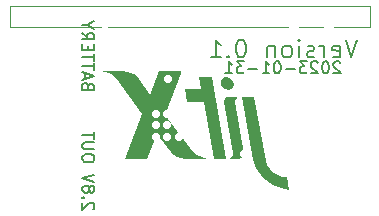
<source format=gbr>
%TF.GenerationSoftware,KiCad,Pcbnew,6.0.10-86aedd382b~118~ubuntu20.04.1*%
%TF.CreationDate,2023-02-01T15:39:36-08:00*%
%TF.ProjectId,CAD,4341442e-6b69-4636-9164-5f7063625858,rev?*%
%TF.SameCoordinates,Original*%
%TF.FileFunction,Legend,Bot*%
%TF.FilePolarity,Positive*%
%FSLAX46Y46*%
G04 Gerber Fmt 4.6, Leading zero omitted, Abs format (unit mm)*
G04 Created by KiCad (PCBNEW 6.0.10-86aedd382b~118~ubuntu20.04.1) date 2023-02-01 15:39:36*
%MOMM*%
%LPD*%
G01*
G04 APERTURE LIST*
%ADD10C,0.150000*%
%ADD11C,0.100000*%
%ADD12C,0.951987*%
%ADD13C,0.712000*%
%ADD14C,0.702000*%
G04 APERTURE END LIST*
D10*
X87000742Y-153166819D02*
X86953123Y-153119200D01*
X86857885Y-153071580D01*
X86619790Y-153071580D01*
X86524552Y-153119200D01*
X86476933Y-153166819D01*
X86429314Y-153262057D01*
X86429314Y-153357295D01*
X86476933Y-153500152D01*
X87048361Y-154071580D01*
X86429314Y-154071580D01*
X85810266Y-153071580D02*
X85715028Y-153071580D01*
X85619790Y-153119200D01*
X85572171Y-153166819D01*
X85524552Y-153262057D01*
X85476933Y-153452533D01*
X85476933Y-153690628D01*
X85524552Y-153881104D01*
X85572171Y-153976342D01*
X85619790Y-154023961D01*
X85715028Y-154071580D01*
X85810266Y-154071580D01*
X85905504Y-154023961D01*
X85953123Y-153976342D01*
X86000742Y-153881104D01*
X86048361Y-153690628D01*
X86048361Y-153452533D01*
X86000742Y-153262057D01*
X85953123Y-153166819D01*
X85905504Y-153119200D01*
X85810266Y-153071580D01*
X85095980Y-153166819D02*
X85048361Y-153119200D01*
X84953123Y-153071580D01*
X84715028Y-153071580D01*
X84619790Y-153119200D01*
X84572171Y-153166819D01*
X84524552Y-153262057D01*
X84524552Y-153357295D01*
X84572171Y-153500152D01*
X85143600Y-154071580D01*
X84524552Y-154071580D01*
X84191219Y-153071580D02*
X83572171Y-153071580D01*
X83905504Y-153452533D01*
X83762647Y-153452533D01*
X83667409Y-153500152D01*
X83619790Y-153547771D01*
X83572171Y-153643009D01*
X83572171Y-153881104D01*
X83619790Y-153976342D01*
X83667409Y-154023961D01*
X83762647Y-154071580D01*
X84048361Y-154071580D01*
X84143600Y-154023961D01*
X84191219Y-153976342D01*
X83143600Y-153690628D02*
X82381695Y-153690628D01*
X81715028Y-153071580D02*
X81619790Y-153071580D01*
X81524552Y-153119200D01*
X81476933Y-153166819D01*
X81429314Y-153262057D01*
X81381695Y-153452533D01*
X81381695Y-153690628D01*
X81429314Y-153881104D01*
X81476933Y-153976342D01*
X81524552Y-154023961D01*
X81619790Y-154071580D01*
X81715028Y-154071580D01*
X81810266Y-154023961D01*
X81857885Y-153976342D01*
X81905504Y-153881104D01*
X81953123Y-153690628D01*
X81953123Y-153452533D01*
X81905504Y-153262057D01*
X81857885Y-153166819D01*
X81810266Y-153119200D01*
X81715028Y-153071580D01*
X80429314Y-154071580D02*
X81000742Y-154071580D01*
X80715028Y-154071580D02*
X80715028Y-153071580D01*
X80810266Y-153214438D01*
X80905504Y-153309676D01*
X81000742Y-153357295D01*
X80000742Y-153690628D02*
X79238838Y-153690628D01*
X78857885Y-153071580D02*
X78238838Y-153071580D01*
X78572171Y-153452533D01*
X78429314Y-153452533D01*
X78334076Y-153500152D01*
X78286457Y-153547771D01*
X78238838Y-153643009D01*
X78238838Y-153881104D01*
X78286457Y-153976342D01*
X78334076Y-154023961D01*
X78429314Y-154071580D01*
X78715028Y-154071580D01*
X78810266Y-154023961D01*
X78857885Y-153976342D01*
X77286457Y-154071580D02*
X77857885Y-154071580D01*
X77572171Y-154071580D02*
X77572171Y-153071580D01*
X77667409Y-153214438D01*
X77762647Y-153309676D01*
X77857885Y-153357295D01*
X66085980Y-165594895D02*
X66133600Y-165547276D01*
X66181219Y-165452038D01*
X66181219Y-165213942D01*
X66133600Y-165118704D01*
X66085980Y-165071085D01*
X65990742Y-165023466D01*
X65895504Y-165023466D01*
X65752647Y-165071085D01*
X65181219Y-165642514D01*
X65181219Y-165023466D01*
X65276457Y-164594895D02*
X65228838Y-164547276D01*
X65181219Y-164594895D01*
X65228838Y-164642514D01*
X65276457Y-164594895D01*
X65181219Y-164594895D01*
X65752647Y-163975847D02*
X65800266Y-164071085D01*
X65847885Y-164118704D01*
X65943123Y-164166323D01*
X65990742Y-164166323D01*
X66085980Y-164118704D01*
X66133600Y-164071085D01*
X66181219Y-163975847D01*
X66181219Y-163785371D01*
X66133600Y-163690133D01*
X66085980Y-163642514D01*
X65990742Y-163594895D01*
X65943123Y-163594895D01*
X65847885Y-163642514D01*
X65800266Y-163690133D01*
X65752647Y-163785371D01*
X65752647Y-163975847D01*
X65705028Y-164071085D01*
X65657409Y-164118704D01*
X65562171Y-164166323D01*
X65371695Y-164166323D01*
X65276457Y-164118704D01*
X65228838Y-164071085D01*
X65181219Y-163975847D01*
X65181219Y-163785371D01*
X65228838Y-163690133D01*
X65276457Y-163642514D01*
X65371695Y-163594895D01*
X65562171Y-163594895D01*
X65657409Y-163642514D01*
X65705028Y-163690133D01*
X65752647Y-163785371D01*
X66181219Y-163309180D02*
X65181219Y-162975847D01*
X66181219Y-162642514D01*
X66181219Y-161356800D02*
X66181219Y-161166323D01*
X66133600Y-161071085D01*
X66038361Y-160975847D01*
X65847885Y-160928228D01*
X65514552Y-160928228D01*
X65324076Y-160975847D01*
X65228838Y-161071085D01*
X65181219Y-161166323D01*
X65181219Y-161356800D01*
X65228838Y-161452038D01*
X65324076Y-161547276D01*
X65514552Y-161594895D01*
X65847885Y-161594895D01*
X66038361Y-161547276D01*
X66133600Y-161452038D01*
X66181219Y-161356800D01*
X66181219Y-160499657D02*
X65371695Y-160499657D01*
X65276457Y-160452038D01*
X65228838Y-160404419D01*
X65181219Y-160309180D01*
X65181219Y-160118704D01*
X65228838Y-160023466D01*
X65276457Y-159975847D01*
X65371695Y-159928228D01*
X66181219Y-159928228D01*
X66181219Y-159594895D02*
X66181219Y-159023466D01*
X65181219Y-159309180D02*
X66181219Y-159309180D01*
X65654228Y-155154000D02*
X65606609Y-155011142D01*
X65558990Y-154963523D01*
X65463752Y-154915904D01*
X65320895Y-154915904D01*
X65225657Y-154963523D01*
X65178038Y-155011142D01*
X65130419Y-155106380D01*
X65130419Y-155487333D01*
X66130419Y-155487333D01*
X66130419Y-155154000D01*
X66082800Y-155058761D01*
X66035180Y-155011142D01*
X65939942Y-154963523D01*
X65844704Y-154963523D01*
X65749466Y-155011142D01*
X65701847Y-155058761D01*
X65654228Y-155154000D01*
X65654228Y-155487333D01*
X65416133Y-154534952D02*
X65416133Y-154058761D01*
X65130419Y-154630190D02*
X66130419Y-154296857D01*
X65130419Y-153963523D01*
X66130419Y-153773047D02*
X66130419Y-153201619D01*
X65130419Y-153487333D02*
X66130419Y-153487333D01*
X66130419Y-153011142D02*
X66130419Y-152439714D01*
X65130419Y-152725428D02*
X66130419Y-152725428D01*
X65654228Y-152106380D02*
X65654228Y-151773047D01*
X65130419Y-151630190D02*
X65130419Y-152106380D01*
X66130419Y-152106380D01*
X66130419Y-151630190D01*
X65130419Y-150630190D02*
X65606609Y-150963523D01*
X65130419Y-151201619D02*
X66130419Y-151201619D01*
X66130419Y-150820666D01*
X66082800Y-150725428D01*
X66035180Y-150677809D01*
X65939942Y-150630190D01*
X65797085Y-150630190D01*
X65701847Y-150677809D01*
X65654228Y-150725428D01*
X65606609Y-150820666D01*
X65606609Y-151201619D01*
X65606609Y-150011142D02*
X65130419Y-150011142D01*
X66130419Y-150344476D02*
X65606609Y-150011142D01*
X66130419Y-149677809D01*
%TO.C,*%
X88456442Y-151222971D02*
X87956442Y-152722971D01*
X87456442Y-151222971D01*
X86385014Y-152651542D02*
X86527871Y-152722971D01*
X86813585Y-152722971D01*
X86956442Y-152651542D01*
X87027871Y-152508685D01*
X87027871Y-151937257D01*
X86956442Y-151794400D01*
X86813585Y-151722971D01*
X86527871Y-151722971D01*
X86385014Y-151794400D01*
X86313585Y-151937257D01*
X86313585Y-152080114D01*
X87027871Y-152222971D01*
X85670728Y-152722971D02*
X85670728Y-151722971D01*
X85670728Y-152008685D02*
X85599300Y-151865828D01*
X85527871Y-151794400D01*
X85385014Y-151722971D01*
X85242157Y-151722971D01*
X84813585Y-152651542D02*
X84670728Y-152722971D01*
X84385014Y-152722971D01*
X84242157Y-152651542D01*
X84170728Y-152508685D01*
X84170728Y-152437257D01*
X84242157Y-152294400D01*
X84385014Y-152222971D01*
X84599300Y-152222971D01*
X84742157Y-152151542D01*
X84813585Y-152008685D01*
X84813585Y-151937257D01*
X84742157Y-151794400D01*
X84599300Y-151722971D01*
X84385014Y-151722971D01*
X84242157Y-151794400D01*
X83527871Y-152722971D02*
X83527871Y-151722971D01*
X83527871Y-151222971D02*
X83599300Y-151294400D01*
X83527871Y-151365828D01*
X83456442Y-151294400D01*
X83527871Y-151222971D01*
X83527871Y-151365828D01*
X82599300Y-152722971D02*
X82742157Y-152651542D01*
X82813585Y-152580114D01*
X82885014Y-152437257D01*
X82885014Y-152008685D01*
X82813585Y-151865828D01*
X82742157Y-151794400D01*
X82599300Y-151722971D01*
X82385014Y-151722971D01*
X82242157Y-151794400D01*
X82170728Y-151865828D01*
X82099300Y-152008685D01*
X82099300Y-152437257D01*
X82170728Y-152580114D01*
X82242157Y-152651542D01*
X82385014Y-152722971D01*
X82599300Y-152722971D01*
X81456442Y-151722971D02*
X81456442Y-152722971D01*
X81456442Y-151865828D02*
X81385014Y-151794400D01*
X81242157Y-151722971D01*
X81027871Y-151722971D01*
X80885014Y-151794400D01*
X80813585Y-151937257D01*
X80813585Y-152722971D01*
X78670728Y-151222971D02*
X78527871Y-151222971D01*
X78385014Y-151294400D01*
X78313585Y-151365828D01*
X78242157Y-151508685D01*
X78170728Y-151794400D01*
X78170728Y-152151542D01*
X78242157Y-152437257D01*
X78313585Y-152580114D01*
X78385014Y-152651542D01*
X78527871Y-152722971D01*
X78670728Y-152722971D01*
X78813585Y-152651542D01*
X78885014Y-152580114D01*
X78956442Y-152437257D01*
X79027871Y-152151542D01*
X79027871Y-151794400D01*
X78956442Y-151508685D01*
X78885014Y-151365828D01*
X78813585Y-151294400D01*
X78670728Y-151222971D01*
X77527871Y-152580114D02*
X77456442Y-152651542D01*
X77527871Y-152722971D01*
X77599300Y-152651542D01*
X77527871Y-152580114D01*
X77527871Y-152722971D01*
X76027871Y-152722971D02*
X76885014Y-152722971D01*
X76456442Y-152722971D02*
X76456442Y-151222971D01*
X76599300Y-151437257D01*
X76742157Y-151580114D01*
X76885014Y-151651542D01*
G36*
X71488238Y-159201925D02*
G01*
X70613334Y-161290500D01*
X68800638Y-161290270D01*
X70261769Y-157528978D01*
X71488238Y-159201925D01*
G37*
G36*
X77476224Y-154391583D02*
G01*
X77622582Y-154444483D01*
X77752967Y-154529445D01*
X77860472Y-154641969D01*
X77939400Y-154776091D01*
X77973216Y-154863965D01*
X77989239Y-154956748D01*
X77986852Y-155050874D01*
X77966149Y-155142725D01*
X77927924Y-155228773D01*
X77873646Y-155305710D01*
X77805402Y-155370580D01*
X77725814Y-155420889D01*
X77725813Y-155420889D01*
X77604461Y-155447566D01*
X77480225Y-155449448D01*
X77358119Y-155426461D01*
X77243072Y-155379531D01*
X77139727Y-155310554D01*
X77052254Y-155222312D01*
X76984184Y-155118367D01*
X76984185Y-155118367D01*
X76929949Y-155027187D01*
X76897363Y-154926224D01*
X76888060Y-154820541D01*
X76902506Y-154715439D01*
X76939979Y-154616186D01*
X76998597Y-154527759D01*
X77075423Y-154454594D01*
X77193780Y-154399626D01*
X77321647Y-154373550D01*
X77476224Y-154391583D01*
G37*
G36*
X68640994Y-153912470D02*
G01*
X68958728Y-153925440D01*
X69266869Y-154004004D01*
X69552026Y-154144749D01*
X69801805Y-154341558D01*
X70892331Y-155905764D01*
X70261769Y-157528978D01*
X67979348Y-154450075D01*
X67732731Y-154219690D01*
X67442135Y-154048078D01*
X67121306Y-153943357D01*
X66785424Y-153910482D01*
X68640994Y-153912470D01*
G37*
G36*
X78469188Y-156045683D02*
G01*
X78379631Y-156068210D01*
X78297228Y-156109896D01*
X78226020Y-156168695D01*
X78169499Y-156241724D01*
X78130437Y-156325403D01*
X78110750Y-156415627D01*
X78111403Y-156507971D01*
X78862879Y-160868796D01*
X78857727Y-160948240D01*
X78837176Y-161025152D01*
X78802015Y-161096577D01*
X78753595Y-161159771D01*
X78693778Y-161212304D01*
X78624860Y-161252157D01*
X78549492Y-161277800D01*
X78470570Y-161288247D01*
X77564298Y-161286377D01*
X77651265Y-161263039D01*
X77730859Y-161220934D01*
X77799087Y-161162173D01*
X77852529Y-161089703D01*
X77888506Y-161007158D01*
X77905212Y-160918677D01*
X77901811Y-160828697D01*
X77155961Y-156518141D01*
X77155588Y-156422354D01*
X77176539Y-156328885D01*
X77217764Y-156242423D01*
X77277194Y-156167301D01*
X77351851Y-156107288D01*
X77437990Y-156065392D01*
X77531293Y-156043714D01*
X78469188Y-156045683D01*
G37*
G36*
X76125475Y-154373745D02*
G01*
X77342218Y-161290449D01*
X76293578Y-161290423D01*
X75451782Y-156506362D01*
X74061636Y-156504313D01*
X73873355Y-155423640D01*
X75260352Y-155423051D01*
X75077321Y-154373668D01*
X76125475Y-154373745D01*
G37*
G36*
X80683225Y-161487788D02*
G01*
X80837944Y-161863272D01*
X81068358Y-162197691D01*
X81364107Y-162476006D01*
X81711891Y-162685703D01*
X82096072Y-162817351D01*
X82499375Y-162865032D01*
X82673234Y-163910498D01*
X81985449Y-163789526D01*
X81336431Y-163531729D01*
X80753096Y-163147797D01*
X80259635Y-162653652D01*
X79876510Y-162069787D01*
X79619611Y-161420413D01*
X78675213Y-156042869D01*
X79724980Y-156042817D01*
X80683225Y-161487788D01*
G37*
G36*
X72208789Y-157608288D02*
G01*
X74571419Y-160726224D01*
X74902899Y-161001912D01*
X75289198Y-161193369D01*
X75709327Y-161290193D01*
X73828314Y-161289924D01*
X73495532Y-161253815D01*
X73178647Y-161145963D01*
X72892932Y-160971564D01*
X72652156Y-160739025D01*
X71488238Y-159201925D01*
X70261769Y-157528978D01*
X70892331Y-155905764D01*
X71665201Y-153916218D01*
X73593713Y-153914477D01*
X72208789Y-157608288D01*
G37*
D11*
X89484781Y-148350000D02*
X59015219Y-148350000D01*
X89484781Y-150150000D02*
X89484781Y-148350000D01*
X59015219Y-150150000D02*
X89484781Y-150150000D01*
X59015219Y-148350000D02*
X59015219Y-150150000D01*
%TD*%
%LPC*%
%TO.C,U8*%
G36*
X86164912Y-149598355D02*
G01*
X86244638Y-149622539D01*
X86318114Y-149661813D01*
X86382516Y-149714666D01*
X86435369Y-149779068D01*
X86474643Y-149852544D01*
X86498827Y-149932270D01*
X86506994Y-150015182D01*
X86498827Y-150098094D01*
X86474643Y-150177820D01*
X86435369Y-150251296D01*
X86382516Y-150315698D01*
X86318114Y-150368551D01*
X86244638Y-150407825D01*
X86164912Y-150432009D01*
X86082000Y-150440176D01*
X85999088Y-150432009D01*
X85919362Y-150407825D01*
X85845886Y-150368551D01*
X85781484Y-150315698D01*
X85728631Y-150251296D01*
X85689357Y-150177820D01*
X85665173Y-150098094D01*
X85657007Y-150015182D01*
X85665173Y-149932270D01*
X85689357Y-149852544D01*
X85728631Y-149779068D01*
X85781484Y-149714666D01*
X85845886Y-149661813D01*
X85919362Y-149622539D01*
X85999088Y-149598355D01*
X86082000Y-149590188D01*
X86164912Y-149598355D01*
G37*
G36*
X83164912Y-149598355D02*
G01*
X83244638Y-149622539D01*
X83318114Y-149661813D01*
X83382516Y-149714666D01*
X83435369Y-149779068D01*
X83474643Y-149852544D01*
X83498827Y-149932270D01*
X83506993Y-150015182D01*
X83498827Y-150098094D01*
X83474643Y-150177820D01*
X83435369Y-150251296D01*
X83382516Y-150315698D01*
X83318114Y-150368551D01*
X83244638Y-150407825D01*
X83164912Y-150432009D01*
X83082000Y-150440176D01*
X82999088Y-150432009D01*
X82919362Y-150407825D01*
X82845886Y-150368551D01*
X82781484Y-150315698D01*
X82728631Y-150251296D01*
X82689357Y-150177820D01*
X82665173Y-150098094D01*
X82657006Y-150015182D01*
X82665173Y-149932270D01*
X82689357Y-149852544D01*
X82728631Y-149779068D01*
X82781484Y-149714666D01*
X82845886Y-149661813D01*
X82919362Y-149622539D01*
X82999088Y-149598355D01*
X83082000Y-149590188D01*
X83164912Y-149598355D01*
G37*
%TO.C,J1*%
G36*
X86690545Y-156844107D02*
G01*
X86784342Y-156872560D01*
X86870785Y-156918765D01*
X86946553Y-156980947D01*
X87008735Y-157056715D01*
X87054940Y-157143158D01*
X87083393Y-157236955D01*
X87093000Y-157334500D01*
X87083393Y-157432045D01*
X87054940Y-157525842D01*
X87008735Y-157612285D01*
X86946553Y-157688053D01*
X86870785Y-157750235D01*
X86784342Y-157796440D01*
X86690545Y-157824893D01*
X86593000Y-157834500D01*
X85793000Y-157834500D01*
X85695455Y-157824893D01*
X85601658Y-157796440D01*
X85515215Y-157750235D01*
X85439447Y-157688053D01*
X85377265Y-157612285D01*
X85331060Y-157525842D01*
X85302607Y-157432045D01*
X85293000Y-157334500D01*
X85302607Y-157236955D01*
X85331060Y-157143158D01*
X85377265Y-157056715D01*
X85439447Y-156980947D01*
X85515215Y-156918765D01*
X85601658Y-156872560D01*
X85695455Y-156844107D01*
X85793000Y-156834500D01*
X86593000Y-156834500D01*
X86690545Y-156844107D01*
G37*
G36*
X82660545Y-156844107D02*
G01*
X82754342Y-156872560D01*
X82840785Y-156918765D01*
X82916553Y-156980947D01*
X82978735Y-157056715D01*
X83024940Y-157143158D01*
X83053393Y-157236955D01*
X83063000Y-157334500D01*
X83053393Y-157432045D01*
X83024940Y-157525842D01*
X82978735Y-157612285D01*
X82916553Y-157688053D01*
X82840785Y-157750235D01*
X82754342Y-157796440D01*
X82660545Y-157824893D01*
X82563000Y-157834500D01*
X81463000Y-157834500D01*
X81365455Y-157824893D01*
X81271658Y-157796440D01*
X81185215Y-157750235D01*
X81109447Y-157688053D01*
X81047265Y-157612285D01*
X81001060Y-157525842D01*
X80972607Y-157432045D01*
X80963000Y-157334500D01*
X80972607Y-157236955D01*
X81001060Y-157143158D01*
X81047265Y-157056715D01*
X81109447Y-156980947D01*
X81185215Y-156918765D01*
X81271658Y-156872560D01*
X81365455Y-156844107D01*
X81463000Y-156834500D01*
X82563000Y-156834500D01*
X82660545Y-156844107D01*
G37*
G36*
X86690545Y-165484107D02*
G01*
X86784342Y-165512560D01*
X86870785Y-165558765D01*
X86946553Y-165620947D01*
X87008735Y-165696715D01*
X87054940Y-165783158D01*
X87083393Y-165876955D01*
X87093000Y-165974500D01*
X87083393Y-166072045D01*
X87054940Y-166165842D01*
X87008735Y-166252285D01*
X86946553Y-166328053D01*
X86870785Y-166390235D01*
X86784342Y-166436440D01*
X86690545Y-166464893D01*
X86593000Y-166474500D01*
X85793000Y-166474500D01*
X85695455Y-166464893D01*
X85601658Y-166436440D01*
X85515215Y-166390235D01*
X85439447Y-166328053D01*
X85377265Y-166252285D01*
X85331060Y-166165842D01*
X85302607Y-166072045D01*
X85293000Y-165974500D01*
X85302607Y-165876955D01*
X85331060Y-165783158D01*
X85377265Y-165696715D01*
X85439447Y-165620947D01*
X85515215Y-165558765D01*
X85601658Y-165512560D01*
X85695455Y-165484107D01*
X85793000Y-165474500D01*
X86593000Y-165474500D01*
X86690545Y-165484107D01*
G37*
G36*
X82660545Y-165484107D02*
G01*
X82754342Y-165512560D01*
X82840785Y-165558765D01*
X82916553Y-165620947D01*
X82978735Y-165696715D01*
X83024940Y-165783158D01*
X83053393Y-165876955D01*
X83063000Y-165974500D01*
X83053393Y-166072045D01*
X83024940Y-166165842D01*
X82978735Y-166252285D01*
X82916553Y-166328053D01*
X82840785Y-166390235D01*
X82754342Y-166436440D01*
X82660545Y-166464893D01*
X82563000Y-166474500D01*
X81463000Y-166474500D01*
X81365455Y-166464893D01*
X81271658Y-166436440D01*
X81185215Y-166390235D01*
X81109447Y-166328053D01*
X81047265Y-166252285D01*
X81001060Y-166165842D01*
X80972607Y-166072045D01*
X80963000Y-165974500D01*
X80972607Y-165876955D01*
X81001060Y-165783158D01*
X81047265Y-165696715D01*
X81109447Y-165620947D01*
X81185215Y-165558765D01*
X81271658Y-165512560D01*
X81365455Y-165484107D01*
X81463000Y-165474500D01*
X82563000Y-165474500D01*
X82660545Y-165484107D01*
G37*
%TD*%
D12*
%TO.C,U8*%
X83082000Y-150015182D03*
X86082000Y-150015182D03*
%TD*%
D13*
%TO.C,J1*%
X82543000Y-158764500D03*
X82543000Y-164544500D03*
%TD*%
D14*
X79502000Y-163931600D03*
X64312800Y-149504400D03*
X64008000Y-157480000D03*
X75133200Y-163880800D03*
X72847200Y-165557200D03*
X88087200Y-158851600D03*
X87985600Y-164795200D03*
X87274400Y-155956000D03*
X88087200Y-161747200D03*
X88138000Y-155092400D03*
X78282800Y-148945600D03*
X74879200Y-165303200D03*
X76200000Y-163474400D03*
X71807969Y-150751169D03*
X67056000Y-149987000D03*
X88011000Y-153416000D03*
X86868000Y-154940000D03*
X72390000Y-154559000D03*
X73797000Y-153680000D03*
X74803000Y-153670000D03*
X74803000Y-152654000D03*
X73787000Y-152654000D03*
X73374000Y-159480000D03*
X72374000Y-159480000D03*
X71374000Y-159480000D03*
X73374000Y-158480000D03*
X72374000Y-158480000D03*
X71374000Y-158480000D03*
X73374000Y-157480000D03*
X72374000Y-157480000D03*
X71374000Y-157480000D03*
X61523936Y-160298063D03*
X62523936Y-160298063D03*
X63523936Y-164298063D03*
X61523936Y-162298063D03*
X64627000Y-153654000D03*
X60627000Y-152654000D03*
X60523936Y-161298063D03*
X64523936Y-161298063D03*
X61627000Y-151654000D03*
X62523936Y-162298063D03*
X64627000Y-152654000D03*
X63523936Y-162298063D03*
X78867000Y-160909000D03*
X60523936Y-164298063D03*
X64523936Y-164298063D03*
X62523936Y-161298063D03*
X62627000Y-150654000D03*
X64627000Y-150654000D03*
X60627000Y-153654000D03*
X60627000Y-150654000D03*
X63627000Y-150654000D03*
X61523936Y-163298063D03*
X61523936Y-164298063D03*
X61627000Y-154654000D03*
X60627000Y-151654000D03*
X64523936Y-160298063D03*
X63523936Y-163298063D03*
X63627000Y-152654000D03*
X63627000Y-154654000D03*
X60523936Y-162298063D03*
X62627000Y-151654000D03*
X60523936Y-160298063D03*
X61627000Y-153654000D03*
X60627000Y-154654000D03*
X63523936Y-160298063D03*
X62627000Y-154654000D03*
X62523936Y-164298063D03*
X61627000Y-152654000D03*
X61627000Y-150654000D03*
X62627000Y-152654000D03*
X62627000Y-153654000D03*
X61523936Y-161298063D03*
X64627000Y-154654000D03*
X64523936Y-163298063D03*
X63627000Y-153654000D03*
X62523936Y-163298063D03*
X78613000Y-152019000D03*
X63523936Y-161298063D03*
X63627000Y-151654000D03*
X64523936Y-162298063D03*
X64627000Y-151654000D03*
X60523936Y-163298063D03*
X81915000Y-154559000D03*
M02*

</source>
